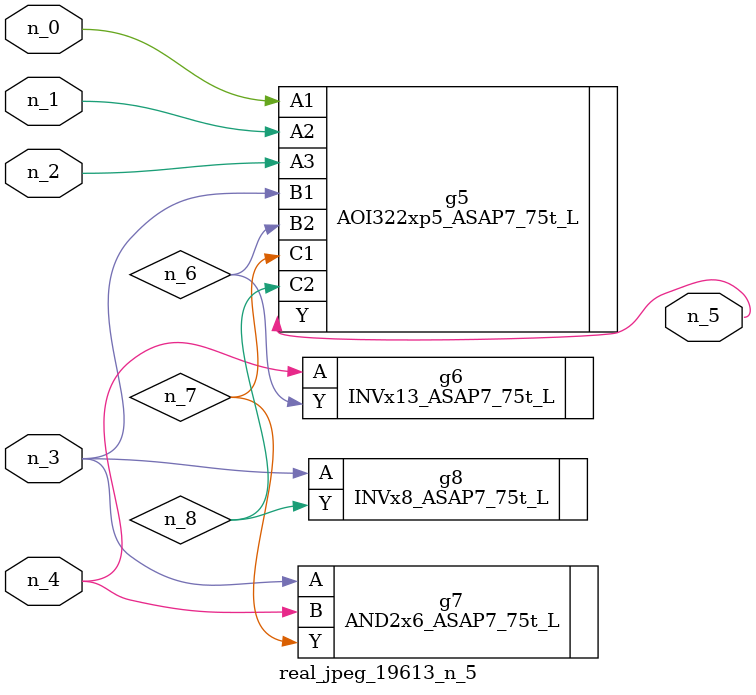
<source format=v>
module real_jpeg_19613_n_5 (n_4, n_0, n_1, n_2, n_3, n_5);

input n_4;
input n_0;
input n_1;
input n_2;
input n_3;

output n_5;

wire n_8;
wire n_6;
wire n_7;

AOI322xp5_ASAP7_75t_L g5 ( 
.A1(n_0),
.A2(n_1),
.A3(n_2),
.B1(n_3),
.B2(n_6),
.C1(n_7),
.C2(n_8),
.Y(n_5)
);

AND2x6_ASAP7_75t_L g7 ( 
.A(n_3),
.B(n_4),
.Y(n_7)
);

INVx8_ASAP7_75t_L g8 ( 
.A(n_3),
.Y(n_8)
);

INVx13_ASAP7_75t_L g6 ( 
.A(n_4),
.Y(n_6)
);


endmodule
</source>
